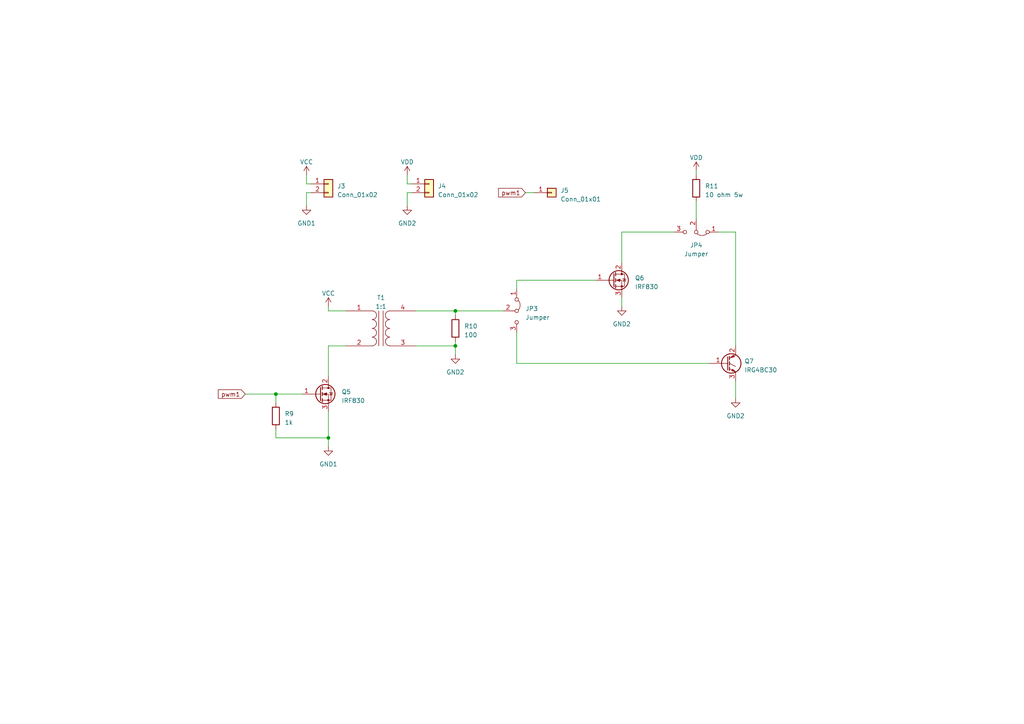
<source format=kicad_sch>
(kicad_sch (version 20230121) (generator eeschema)
  (paper "A4")
  (lib_symbols
    (symbol "Connector_Generic:Conn_01x01" (pin_names (offset 1.016) hide)
      (property "Reference" "J" (at 0 2.54 0))
      (property "Value" "Conn_01x01" (at 0 -2.54 0))
      (symbol "Conn_01x01_1_1"
        (rectangle (start -1.27 0.127) (end 0 -0.127) (stroke (width 0.1524)))
        (rectangle (start -1.27 1.27) (end 1.27 -1.27) (stroke (width 0.254)) (fill (type background)))
        (pin passive line (at -5.08 0 0) (length 3.81) (name "Pin_1") (number "1"))
      )
    )
    (symbol "Connector_Generic:Conn_01x02" (pin_names (offset 1.016) hide)
      (property "Reference" "J" (at 0 2.54 0))
      (property "Value" "Conn_01x02" (at 0 -5.08 0))
      (symbol "Conn_01x02_1_1"
        (rectangle (start -1.27 -2.413) (end 0 -2.667) (stroke (width 0.1524)))
        (rectangle (start -1.27 0.127) (end 0 -0.127) (stroke (width 0.1524)))
        (rectangle (start -1.27 1.27) (end 1.27 -3.81) (stroke (width 0.254)) (fill (type background)))
        (pin passive line (at -5.08 0 0) (length 3.81) (name "Pin_1") (number "1"))
        (pin passive line (at -5.08 -2.54 0) (length 3.81) (name "Pin_2") (number "2"))
      )
    )
    (symbol "Device:R" (pin_numbers hide) (pin_names (offset 0))
      (property "Reference" "R" (at 2.032 0 90))
      (property "Value" "R" (at 0 0 90))
      (symbol "R_0_1"
        (rectangle (start -1.016 -2.54) (end 1.016 2.54) (stroke (width 0.254)))
      )
      (symbol "R_1_1"
        (pin passive line (at 0 3.81 270) (length 1.27) (name "~") (number "1"))
        (pin passive line (at 0 -3.81 90) (length 1.27) (name "~") (number "2"))
      )
    )
    (symbol "Device:Transformer_1P_1S" (pin_names (offset 1.016) hide)
      (property "Reference" "T" (at 0 6.35 0))
      (property "Value" "Transformer_1P_1S" (at 0 -7.62 0))
      (symbol "Transformer_1P_1S_0_1"
        (arc (start -2.54 -5.0546) (mid -1.6599 -4.6901) (end -1.27 -3.81))
        (arc (start -2.54 -2.5146) (mid -1.6599 -2.1501) (end -1.27 -1.27))
        (arc (start -2.54 0.0254) (mid -1.6599 0.3899) (end -1.27 1.27))
        (arc (start -2.54 2.5654) (mid -1.6599 2.9299) (end -1.27 3.81))
        (arc (start -1.27 -3.81) (mid -1.642 -2.912) (end -2.54 -2.54))
        (arc (start -1.27 -1.27) (mid -1.642 -0.372) (end -2.54 0))
        (arc (start -1.27 1.27) (mid -1.642 2.168) (end -2.54 2.54))
        (arc (start -1.27 3.81) (mid -1.642 4.708) (end -2.54 5.08))
        (polyline (pts (xy -0.635 5.08) (xy -0.635 -5.08)))
        (polyline (pts (xy 0.635 -5.08) (xy 0.635 5.08)))
        (arc (start 1.2954 -1.27) (mid 1.6599 -2.1501) (end 2.54 -2.5146))
        (arc (start 1.2954 1.27) (mid 1.6599 0.3899) (end 2.54 0.0254))
        (arc (start 1.2954 3.81) (mid 1.6599 2.9299) (end 2.54 2.5654))
        (arc (start 1.3208 -3.81) (mid 1.6853 -4.6901) (end 2.5654 -5.0546))
        (arc (start 2.54 0) (mid 1.642 -0.372) (end 1.2954 -1.27))
        (arc (start 2.54 2.54) (mid 1.642 2.168) (end 1.2954 1.27))
        (arc (start 2.54 5.08) (mid 1.642 4.708) (end 1.2954 3.81))
        (arc (start 2.5654 -2.54) (mid 1.6674 -2.912) (end 1.3208 -3.81))
      )
      (symbol "Transformer_1P_1S_1_1"
        (pin passive line (at -10.16 5.08 0) (length 7.62) (name "AA") (number "1"))
        (pin passive line (at -10.16 -5.08 0) (length 7.62) (name "AB") (number "2"))
        (pin passive line (at 10.16 -5.08 180) (length 7.62) (name "SA") (number "3"))
        (pin passive line (at 10.16 5.08 180) (length 7.62) (name "SB") (number "4"))
      )
    )
    (symbol "Jumper:Jumper_3_Bridged12" (pin_names (offset 0) hide)
      (property "Reference" "JP" (at -2.54 -2.54 0))
      (property "Value" "Jumper_3_Bridged12" (at 0 2.794 0))
      (symbol "Jumper_3_Bridged12_0_0"
        (circle (center -3.302 0) (radius 0.508))
        (circle (center 0 0) (radius 0.508))
        (circle (center 3.302 0) (radius 0.508))
      )
      (symbol "Jumper_3_Bridged12_0_1"
        (arc (start -0.254 0.508) (mid -1.651 0.9912) (end -3.048 0.508))
        (polyline (pts (xy 0 -1.27) (xy 0 -0.508)))
      )
      (symbol "Jumper_3_Bridged12_1_1"
        (pin passive line (at -6.35 0 0) (length 2.54) (name "A") (number "1"))
        (pin passive line (at 0 -3.81 90) (length 2.54) (name "C") (number "2"))
        (pin passive line (at 6.35 0 180) (length 2.54) (name "B") (number "3"))
      )
    )
    (symbol "Transistor_FET:IRF740" (pin_names hide)
      (property "Reference" "Q" (at 6.35 1.905 0))
      (property "Value" "IRF740" (at 6.35 0 0))
      (symbol "IRF740_0_1"
        (polyline (pts (xy 0.254 0) (xy -2.54 0)))
        (polyline (pts (xy 0.254 1.905) (xy 0.254 -1.905)) (stroke (width 0.254)))
        (polyline (pts (xy 0.762 -1.27) (xy 0.762 -2.286)) (stroke (width 0.254)))
        (polyline (pts (xy 0.762 0.508) (xy 0.762 -0.508)) (stroke (width 0.254)))
        (polyline (pts (xy 0.762 2.286) (xy 0.762 1.27)) (stroke (width 0.254)))
        (polyline (pts (xy 2.54 2.54) (xy 2.54 1.778)))
        (polyline (pts (xy 2.54 -2.54) (xy 2.54 0) (xy 0.762 0)))
        (polyline (pts (xy 0.762 -1.778) (xy 3.302 -1.778) (xy 3.302 1.778) (xy 0.762 1.778)))
        (polyline (pts (xy 1.016 0) (xy 2.032 0.381) (xy 2.032 -0.381) (xy 1.016 0)) (fill (type outline)))
        (polyline (pts (xy 2.794 0.508) (xy 2.921 0.381) (xy 3.683 0.381) (xy 3.81 0.254)))
        (polyline (pts (xy 3.302 0.381) (xy 2.921 -0.254) (xy 3.683 -0.254) (xy 3.302 0.381)))
        (circle (center 1.651 0) (radius 2.794) (stroke (width 0.254)))
        (circle (center 2.54 -1.778) (radius 0.254) (fill (type outline)))
        (circle (center 2.54 1.778) (radius 0.254) (fill (type outline)))
      )
      (symbol "IRF740_1_1"
        (pin input line (at -5.08 0 0) (length 2.54) (name "G") (number "1"))
        (pin passive line (at 2.54 5.08 270) (length 2.54) (name "D") (number "2"))
        (pin passive line (at 2.54 -5.08 90) (length 2.54) (name "S") (number "3"))
      )
    )
    (symbol "Transistor_IGBT:IRG4PF50W" (pin_names (offset 0) hide)
      (property "Reference" "Q" (at 5.08 1.905 0))
      (property "Value" "IRG4PF50W" (at 5.08 0 0))
      (symbol "IRG4PF50W_0_1"
        (polyline (pts (xy 0 0) (xy 0.254 0)))
        (polyline (pts (xy 0.762 -1.016) (xy 0.762 -2.032)) (stroke (width 0.254)))
        (polyline (pts (xy 0.762 0.508) (xy 0.762 -0.508)) (stroke (width 0.254)))
        (polyline (pts (xy 0.762 2.032) (xy 0.762 1.016)) (stroke (width 0.254)))
        (polyline (pts (xy 2.54 -2.413) (xy 0.762 -1.524)))
        (polyline (pts (xy 2.54 -0.889) (xy 0.762 0)))
        (polyline (pts (xy 2.54 2.413) (xy 0.762 1.524)))
        (polyline (pts (xy 0.254 1.905) (xy 0.254 -1.905) (xy 0.254 -1.905)) (stroke (width 0.254)))
        (polyline (pts (xy 1.397 -2.159) (xy 1.651 -1.651) (xy 2.54 -2.413) (xy 1.397 -2.159)) (fill (type outline)))
        (polyline (pts (xy 2.159 1.905) (xy 1.905 2.413) (xy 1.016 1.651) (xy 2.159 1.905)) (fill (type outline)))
        (circle (center 1.27 0) (radius 2.8194) (stroke (width 0.254)))
      )
      (symbol "IRG4PF50W_1_1"
        (pin input line (at -5.08 0 0) (length 5.08) (name "G") (number "1"))
        (pin passive line (at 2.54 5.08 270) (length 2.54) (name "C") (number "2"))
        (pin passive line (at 2.54 -5.08 90) (length 2.54) (name "E") (number "3"))
      )
    )
    (symbol "power:GND1" (power) (pin_names (offset 0))
      (property "Value" "GND1" (at 0 -3.81 0))
      (symbol "GND1_0_1"
        (polyline (pts (xy 0 0) (xy 0 -1.27) (xy 1.27 -1.27) (xy 0 -2.54) (xy -1.27 -1.27) (xy 0 -1.27)))
      )
      (symbol "GND1_1_1"
        (pin power_in line (at 0 0 270) (length 0) hide (name "GND1") (number "1"))
      )
    )
    (symbol "power:GND2" (power) (pin_names (offset 0))
      (property "Value" "GND2" (at 0 -3.81 0))
      (symbol "GND2_0_1"
        (polyline (pts (xy 0 0) (xy 0 -1.27) (xy 1.27 -1.27) (xy 0 -2.54) (xy -1.27 -1.27) (xy 0 -1.27)))
      )
      (symbol "GND2_1_1"
        (pin power_in line (at 0 0 270) (length 0) hide (name "GND2") (number "1"))
      )
    )
    (symbol "power:VCC" (power) (pin_names (offset 0))
      (property "Value" "VCC" (at 0 3.81 0))
      (symbol "VCC_0_1"
        (polyline (pts (xy -0.762 1.27) (xy 0 2.54)))
        (polyline (pts (xy 0 0) (xy 0 2.54)))
        (polyline (pts (xy 0 2.54) (xy 0.762 1.27)))
      )
      (symbol "VCC_1_1"
        (pin power_in line (at 0 0 90) (length 0) hide (name "VCC") (number "1"))
      )
    )
    (symbol "power:VDD" (power) (pin_names (offset 0))
      (property "Value" "VDD" (at 0 3.81 0))
      (symbol "VDD_0_1"
        (polyline (pts (xy -0.762 1.27) (xy 0 2.54)))
        (polyline (pts (xy 0 0) (xy 0 2.54)))
        (polyline (pts (xy 0 2.54) (xy 0.762 1.27)))
      )
      (symbol "VDD_1_1"
        (pin power_in line (at 0 0 90) (length 0) hide (name "VDD") (number "1"))
      )
    )
  )
  (junction (at 132.08 100.33))
  (junction (at 95.25 127))
  (junction (at 80.01 114.3))
  (junction (at 132.08 90.17))
  (wire (pts (xy 201.93 58.42) (xy 201.93 63.5)))
  (wire (pts (xy 132.08 90.17) (xy 132.08 91.44)))
  (wire (pts (xy 118.11 55.88) (xy 118.11 59.69)))
  (wire (pts (xy 132.08 100.33) (xy 132.08 102.87)))
  (wire (pts (xy 95.25 119.38) (xy 95.25 127)))
  (wire (pts (xy 132.08 90.17) (xy 146.05 90.17)))
  (wire (pts (xy 88.9 53.34) (xy 88.9 50.8)))
  (wire (pts (xy 90.17 53.34) (xy 88.9 53.34)))
  (wire (pts (xy 201.93 49.53) (xy 201.93 50.8)))
  (wire (pts (xy 119.38 55.88) (xy 118.11 55.88)))
  (wire (pts (xy 172.72 81.28) (xy 149.86 81.28)))
  (wire (pts (xy 95.25 127) (xy 95.25 129.54)))
  (wire (pts (xy 118.11 53.34) (xy 118.11 50.8)))
  (wire (pts (xy 120.65 100.33) (xy 132.08 100.33)))
  (wire (pts (xy 80.01 127) (xy 95.25 127)))
  (wire (pts (xy 213.36 110.49) (xy 213.36 115.57)))
  (wire (pts (xy 119.38 53.34) (xy 118.11 53.34)))
  (wire (pts (xy 71.12 114.3) (xy 80.01 114.3)))
  (wire (pts (xy 180.34 67.31) (xy 180.34 76.2)))
  (wire (pts (xy 95.25 100.33) (xy 95.25 109.22)))
  (wire (pts (xy 80.01 114.3) (xy 80.01 116.84)))
  (wire (pts (xy 149.86 105.41) (xy 149.86 96.52)))
  (wire (pts (xy 100.33 100.33) (xy 95.25 100.33)))
  (wire (pts (xy 149.86 81.28) (xy 149.86 83.82)))
  (wire (pts (xy 88.9 55.88) (xy 88.9 59.69)))
  (wire (pts (xy 80.01 124.46) (xy 80.01 127)))
  (wire (pts (xy 90.17 55.88) (xy 88.9 55.88)))
  (wire (pts (xy 195.58 67.31) (xy 180.34 67.31)))
  (wire (pts (xy 213.36 67.31) (xy 213.36 100.33)))
  (wire (pts (xy 132.08 99.06) (xy 132.08 100.33)))
  (wire (pts (xy 205.74 105.41) (xy 149.86 105.41)))
  (wire (pts (xy 80.01 114.3) (xy 87.63 114.3)))
  (wire (pts (xy 180.34 86.36) (xy 180.34 88.9)))
  (wire (pts (xy 120.65 90.17) (xy 132.08 90.17)))
  (wire (pts (xy 95.25 90.17) (xy 100.33 90.17)))
  (wire (pts (xy 95.25 88.9) (xy 95.25 90.17)))
  (wire (pts (xy 208.28 67.31) (xy 213.36 67.31)))
  (wire (pts (xy 152.4 55.88) (xy 154.94 55.88)))
  (global_label "pwm1" (shape input) (at 152.4 55.88 180) (property "Intersheetrefs" "${INTERSHEET_REFS}" (effects hide)))
  (global_label "pwm1" (shape input) (at 71.12 114.3 180) (property "Intersheetrefs" "${INTERSHEET_REFS}" (effects hide)))
  (symbol (lib_id "power:GND2") (at 118.11 59.69 0) (unit 1)
    (property "Reference" "#PWR014" (effects hide))
    (property "Value" "GND2" (at 118.11 64.77 0))
  )
  (symbol (lib_id "Connector_Generic:Conn_01x02") (at 124.46 53.34 0) (unit 1)
    (property "Reference" "J4" (at 127 53.975 0) (effects (justify left)))
    (property "Value" "Conn_01x02" (at 127 56.515 0) (effects (justify left)))
    (property "Footprint" "Connector_Wire:SolderWire-0.5sqmm_1x02_P4.6mm_D0.9mm_OD2.1mm" (effects hide))
  )
  (symbol (lib_id "power:VCC") (at 88.9 50.8 0) (unit 1)
    (property "Reference" "#PWR09" (effects hide))
    (property "Value" "VCC" (at 88.9 46.99 0))
  )
  (symbol (lib_id "Device:Transformer_1P_1S") (at 110.49 95.25 0) (unit 1)
    (property "Reference" "T1" (at 110.5027 86.36 0))
    (property "Value" "1:1" (at 110.5027 88.9 0))
    (property "Footprint" "Library:Transformer_Driver_IGBT_MOSFET" (effects hide))
  )
  (symbol (lib_id "Device:R") (at 80.01 120.65 180) (unit 1)
    (property "Reference" "R9" (at 82.55 120.015 0) (effects (justify right)))
    (property "Value" "1k" (at 82.55 122.555 0) (effects (justify right)))
    (property "Footprint" "Resistor_THT:R_Axial_DIN0207_L6.3mm_D2.5mm_P7.62mm_Horizontal" (effects hide))
  )
  (symbol (lib_id "Connector_Generic:Conn_01x01") (at 160.02 55.88 0) (unit 1)
    (property "Reference" "J5" (at 162.56 55.245 0) (effects (justify left)))
    (property "Value" "Conn_01x01" (at 162.56 57.785 0) (effects (justify left)))
    (property "Footprint" "Connector_PinHeader_2.00mm:PinHeader_1x01_P2.00mm_Vertical" (effects hide))
  )
  (symbol (lib_id "power:VCC") (at 95.25 88.9 0) (unit 1)
    (property "Reference" "#PWR011" (effects hide))
    (property "Value" "VCC" (at 95.25 85.09 0))
  )
  (symbol (lib_id "Transistor_FET:IRF740") (at 92.71 114.3 0) (unit 1)
    (property "Reference" "Q5" (at 99.06 113.665 0) (effects (justify left)))
    (property "Value" "IRF830" (at 99.06 116.205 0) (effects (justify left)))
    (property "Footprint" "Package_TO_SOT_THT:TO-220-3_Vertical" (effects hide))
    (property "Datasheet" "http://www.vishay.com/docs/91054/91054.pdf" (effects hide))
  )
  (symbol (lib_id "power:GND1") (at 88.9 59.69 0) (unit 1)
    (property "Reference" "#PWR010" (effects hide))
    (property "Value" "GND1" (at 88.9 64.77 0))
  )
  (symbol (lib_id "Jumper:Jumper_3_Bridged12") (at 201.93 67.31 180) (unit 1)
    (property "Reference" "JP4" (at 201.93 71.12 0))
    (property "Value" "Jumper" (at 201.93 73.66 0))
    (property "Footprint" "Connector_PinHeader_2.00mm:PinHeader_1x03_P2.00mm_Vertical" (effects hide))
  )
  (symbol (lib_id "power:GND2") (at 180.34 88.9 0) (unit 1)
    (property "Reference" "#PWR016" (effects hide))
    (property "Value" "GND2" (at 180.34 93.98 0))
  )
  (symbol (lib_id "Jumper:Jumper_3_Bridged12") (at 149.86 90.17 270) (unit 1)
    (property "Reference" "JP3" (at 152.4 89.535 90) (effects (justify left)))
    (property "Value" "Jumper" (at 152.4 92.075 90) (effects (justify left)))
    (property "Footprint" "Connector_PinHeader_2.00mm:PinHeader_1x03_P2.00mm_Vertical" (effects hide))
  )
  (symbol (lib_id "power:VDD") (at 118.11 50.8 0) (unit 1)
    (property "Reference" "#PWR013" (effects hide))
    (property "Value" "VDD" (at 118.11 46.99 0))
  )
  (symbol (lib_id "Transistor_FET:IRF740") (at 177.8 81.28 0) (unit 1)
    (property "Reference" "Q6" (at 184.15 80.645 0) (effects (justify left)))
    (property "Value" "IRF830" (at 184.15 83.185 0) (effects (justify left)))
    (property "Footprint" "Package_TO_SOT_THT:TO-220-3_Vertical" (effects hide))
    (property "Datasheet" "http://www.vishay.com/docs/91054/91054.pdf" (effects hide))
  )
  (symbol (lib_id "Device:R") (at 201.93 54.61 180) (unit 1)
    (property "Reference" "R11" (at 204.47 53.975 0) (effects (justify right)))
    (property "Value" "10 ohm 5w" (at 204.47 56.515 0) (effects (justify right)))
    (property "Footprint" "Resistor_THT:R_Axial_Power_L20.0mm_W6.4mm_P22.40mm" (effects hide))
  )
  (symbol (lib_id "Device:R") (at 132.08 95.25 180) (unit 1)
    (property "Reference" "R10" (at 134.62 94.615 0) (effects (justify right)))
    (property "Value" "100" (at 134.62 97.155 0) (effects (justify right)))
    (property "Footprint" "Resistor_THT:R_Axial_DIN0207_L6.3mm_D2.5mm_P7.62mm_Horizontal" (effects hide))
  )
  (symbol (lib_id "Transistor_IGBT:IRG4PF50W") (at 210.82 105.41 0) (unit 1)
    (property "Reference" "Q7" (at 215.9 104.775 0) (effects (justify left)))
    (property "Value" "IRG4BC30" (at 215.9 107.315 0) (effects (justify left)))
    (property "Footprint" "Package_TO_SOT_THT:TO-247-3_Vertical" (effects hide))
    (property "Datasheet" "http://www.irf.com/product-info/datasheets/data/irg4pf50w.pdf" (effects hide))
  )
  (symbol (lib_id "power:GND2") (at 213.36 115.57 0) (unit 1)
    (property "Reference" "#PWR018" (effects hide))
    (property "Value" "GND2" (at 213.36 120.65 0))
  )
  (symbol (lib_id "power:GND2") (at 132.08 102.87 0) (unit 1)
    (property "Reference" "#PWR015" (effects hide))
    (property "Value" "GND2" (at 132.08 107.95 0))
  )
  (symbol (lib_id "power:GND1") (at 95.25 129.54 0) (unit 1)
    (property "Reference" "#PWR012" (effects hide))
    (property "Value" "GND1" (at 95.25 134.62 0))
  )
  (symbol (lib_id "power:VDD") (at 201.93 49.53 0) (unit 1)
    (property "Reference" "#PWR017" (effects hide))
    (property "Value" "VDD" (at 201.93 45.72 0))
  )
  (symbol (lib_id "Connector_Generic:Conn_01x02") (at 95.25 53.34 0) (unit 1)
    (property "Reference" "J3" (at 97.79 53.975 0) (effects (justify left)))
    (property "Value" "Conn_01x02" (at 97.79 56.515 0) (effects (justify left)))
    (property "Footprint" "Connector_Wire:SolderWire-0.5sqmm_1x02_P4.6mm_D0.9mm_OD2.1mm" (effects hide))
  )
)
</source>
